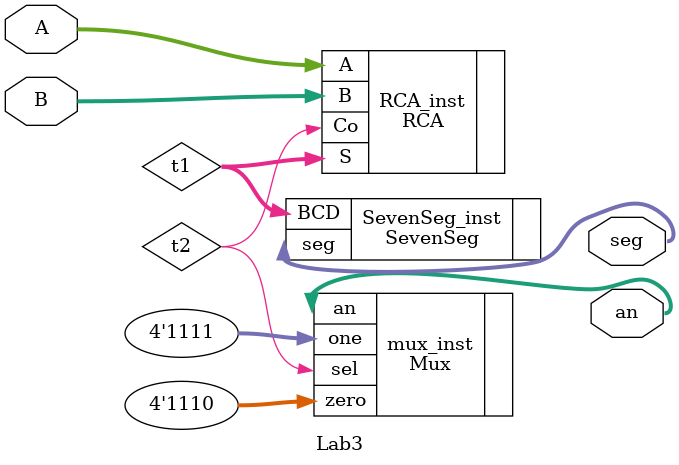
<source format=sv>
`timescale 1ns / 1ps


module Lab3(
    input [3:0] A,
    input [3:0] B,
    output [6:0] seg,
    output [3:0] an
    );
    
    logic [0:3] t1;
    logic t2;
    
    RCA RCA_inst (.A(A), .B(B), .S(t1), .Co(t2));
    SevenSeg SevenSeg_inst (.BCD(t1), .seg(seg));
    Mux #(4) mux_inst (.sel(t2), .zero(4'b1110), .one(4'b1111), .an(an));
    
    
endmodule

</source>
